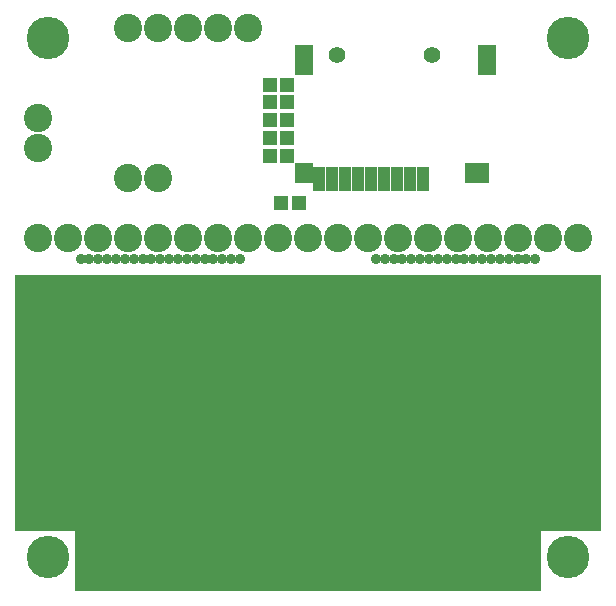
<source format=gbs>
G04 #@! TF.FileFunction,Soldermask,Bot*
%FSLAX46Y46*%
G04 Gerber Fmt 4.6, Leading zero omitted, Abs format (unit mm)*
G04 Created by KiCad (PCBNEW 4.0.4-stable) date Thu Nov 17 11:55:04 2016*
%MOMM*%
%LPD*%
G01*
G04 APERTURE LIST*
%ADD10C,0.100000*%
%ADD11R,1.400000X1.400000*%
%ADD12C,0.900000*%
%ADD13C,2.398980*%
%ADD14C,3.600000*%
%ADD15R,1.200000X1.200000*%
%ADD16R,1.600000X2.600000*%
%ADD17R,1.100000X2.000000*%
%ADD18R,1.600000X1.800000*%
%ADD19R,2.000000X1.800000*%
%ADD20C,1.400000*%
G04 APERTURE END LIST*
D10*
D11*
X51190000Y-77940000D03*
X48650000Y-77940000D03*
X49920000Y-77940000D03*
X49920000Y-79210000D03*
X51190000Y-79210000D03*
X48650000Y-79210000D03*
X43570000Y-77940000D03*
X47380000Y-77940000D03*
X46110000Y-79210000D03*
X46110000Y-77940000D03*
X44840000Y-77940000D03*
X47380000Y-79210000D03*
X43570000Y-79210000D03*
X44840000Y-79210000D03*
X58810000Y-79210000D03*
X60080000Y-77940000D03*
X57540000Y-77940000D03*
X60080000Y-79210000D03*
X57540000Y-79210000D03*
X58810000Y-77940000D03*
X56270000Y-77940000D03*
X55000000Y-77940000D03*
X53730000Y-77940000D03*
X52460000Y-77940000D03*
X53730000Y-79210000D03*
X55000000Y-79210000D03*
X56270000Y-79210000D03*
X52460000Y-79210000D03*
X71510000Y-77940000D03*
X72780000Y-79210000D03*
X71510000Y-79210000D03*
X72780000Y-77940000D03*
X74050000Y-77940000D03*
X74050000Y-79210000D03*
X62620000Y-79210000D03*
X61350000Y-77940000D03*
X61350000Y-79210000D03*
X62620000Y-77940000D03*
X63890000Y-79210000D03*
X65160000Y-79210000D03*
X63890000Y-77940000D03*
X66430000Y-79210000D03*
X67700000Y-77940000D03*
X67700000Y-79210000D03*
X66430000Y-77940000D03*
X65160000Y-77940000D03*
X68970000Y-79210000D03*
X70240000Y-77940000D03*
X70240000Y-79210000D03*
X68970000Y-77940000D03*
X37220000Y-77940000D03*
X37220000Y-79210000D03*
X35950000Y-79210000D03*
X41030000Y-79210000D03*
X41030000Y-77940000D03*
X39760000Y-79210000D03*
X38490000Y-79210000D03*
X38490000Y-77940000D03*
X39760000Y-77940000D03*
X42300000Y-77940000D03*
X42300000Y-79210000D03*
X35950000Y-77940000D03*
X53730000Y-71590000D03*
X55000000Y-70320000D03*
X53730000Y-72860000D03*
X53730000Y-70320000D03*
X56270000Y-74130000D03*
X51190000Y-74130000D03*
X49920000Y-72860000D03*
X52460000Y-72860000D03*
X52460000Y-74130000D03*
X49920000Y-74130000D03*
X51190000Y-72860000D03*
X53730000Y-69050000D03*
X52460000Y-69050000D03*
X51190000Y-69050000D03*
X49920000Y-69050000D03*
X51190000Y-71590000D03*
X49920000Y-70320000D03*
X52460000Y-70320000D03*
X52460000Y-71590000D03*
X49920000Y-71590000D03*
X51190000Y-70320000D03*
X55000000Y-69050000D03*
X56270000Y-69050000D03*
X57540000Y-76670000D03*
X55000000Y-76670000D03*
X56270000Y-76670000D03*
X56270000Y-75400000D03*
X56270000Y-71590000D03*
X56270000Y-72860000D03*
X55000000Y-71590000D03*
X56270000Y-70320000D03*
X55000000Y-72860000D03*
X51190000Y-75400000D03*
X49920000Y-75400000D03*
X52460000Y-75400000D03*
X52460000Y-76670000D03*
X49920000Y-76670000D03*
X51190000Y-76670000D03*
X53730000Y-76670000D03*
X53730000Y-74130000D03*
X55000000Y-74130000D03*
X55000000Y-75400000D03*
X53730000Y-75400000D03*
X34680000Y-69050000D03*
X37220000Y-71590000D03*
X37220000Y-70320000D03*
X38490000Y-71590000D03*
X38490000Y-70320000D03*
X39760000Y-71590000D03*
X34680000Y-71590000D03*
X34680000Y-70320000D03*
X35950000Y-70320000D03*
X35950000Y-71590000D03*
X35950000Y-69050000D03*
X37220000Y-69050000D03*
X39760000Y-69050000D03*
X38490000Y-69050000D03*
X39760000Y-70320000D03*
X41030000Y-71590000D03*
X42300000Y-70320000D03*
X41030000Y-70320000D03*
X41030000Y-69050000D03*
X42300000Y-69050000D03*
X44840000Y-69050000D03*
X47380000Y-69050000D03*
X47380000Y-70320000D03*
X48650000Y-69050000D03*
X48650000Y-70320000D03*
X42300000Y-71590000D03*
X43570000Y-70320000D03*
X43570000Y-69050000D03*
X43570000Y-71590000D03*
X44840000Y-70320000D03*
X44840000Y-71590000D03*
X47380000Y-71590000D03*
X46110000Y-69050000D03*
X48650000Y-71590000D03*
X46110000Y-70320000D03*
X46110000Y-71590000D03*
X33410000Y-71590000D03*
X30870000Y-70320000D03*
X32140000Y-71590000D03*
X32140000Y-70320000D03*
X33410000Y-70320000D03*
X30870000Y-71590000D03*
X33410000Y-69050000D03*
X30870000Y-69050000D03*
X32140000Y-69050000D03*
X37220000Y-76670000D03*
X35950000Y-76670000D03*
X35950000Y-75400000D03*
X37220000Y-75400000D03*
X39760000Y-76670000D03*
X38490000Y-76670000D03*
X38490000Y-75400000D03*
X37220000Y-74130000D03*
X35950000Y-74130000D03*
X35950000Y-72860000D03*
X38490000Y-72860000D03*
X37220000Y-72860000D03*
X30870000Y-74130000D03*
X30870000Y-72860000D03*
X34680000Y-74130000D03*
X34680000Y-72860000D03*
X32140000Y-74130000D03*
X32140000Y-72860000D03*
X33410000Y-72860000D03*
X33410000Y-74130000D03*
X38490000Y-74130000D03*
X39760000Y-75400000D03*
X39760000Y-72860000D03*
X39760000Y-74130000D03*
X47380000Y-74130000D03*
X48650000Y-72860000D03*
X46110000Y-74130000D03*
X47380000Y-72860000D03*
X48650000Y-74130000D03*
X41030000Y-74130000D03*
X43570000Y-74130000D03*
X42300000Y-74130000D03*
X42300000Y-72860000D03*
X43570000Y-72860000D03*
X41030000Y-72860000D03*
X47380000Y-76670000D03*
X47380000Y-75400000D03*
X48650000Y-76670000D03*
X48650000Y-75400000D03*
X46110000Y-76670000D03*
X41030000Y-76670000D03*
X41030000Y-75400000D03*
X42300000Y-75400000D03*
X42300000Y-76670000D03*
X43570000Y-76670000D03*
X43570000Y-75400000D03*
X44840000Y-74130000D03*
X46110000Y-72860000D03*
X44840000Y-72860000D03*
X44840000Y-76670000D03*
X46110000Y-75400000D03*
X44840000Y-75400000D03*
X62620000Y-76670000D03*
X62620000Y-75400000D03*
X61350000Y-76670000D03*
X61350000Y-75400000D03*
X60080000Y-75400000D03*
X60080000Y-74130000D03*
X60080000Y-76670000D03*
X58810000Y-69050000D03*
X58810000Y-70320000D03*
X61350000Y-70320000D03*
X60080000Y-70320000D03*
X60080000Y-69050000D03*
X61350000Y-74130000D03*
X61350000Y-72860000D03*
X60080000Y-72860000D03*
X61350000Y-71590000D03*
X60080000Y-71590000D03*
X57540000Y-72860000D03*
X58810000Y-71590000D03*
X58810000Y-72860000D03*
X57540000Y-71590000D03*
X57540000Y-69050000D03*
X57540000Y-70320000D03*
X58810000Y-76670000D03*
X57540000Y-75400000D03*
X58810000Y-74130000D03*
X58810000Y-75400000D03*
X57540000Y-74130000D03*
X70240000Y-72860000D03*
X70240000Y-74130000D03*
X70240000Y-71590000D03*
X71510000Y-71590000D03*
X75320000Y-74130000D03*
X74050000Y-76670000D03*
X74050000Y-75400000D03*
X74050000Y-74130000D03*
X75320000Y-71590000D03*
X75320000Y-72860000D03*
X77860000Y-74130000D03*
X77860000Y-71590000D03*
X76590000Y-74130000D03*
X76590000Y-71590000D03*
X76590000Y-72860000D03*
X79130000Y-71590000D03*
X79130000Y-72860000D03*
X77860000Y-72860000D03*
X79130000Y-74130000D03*
X70240000Y-75400000D03*
X71510000Y-75400000D03*
X72780000Y-76670000D03*
X71510000Y-76670000D03*
X72780000Y-75400000D03*
X70240000Y-76670000D03*
X74050000Y-71590000D03*
X74050000Y-72860000D03*
X71510000Y-72860000D03*
X71510000Y-74130000D03*
X72780000Y-74130000D03*
X72780000Y-71590000D03*
X72780000Y-72860000D03*
X71510000Y-69050000D03*
X72780000Y-69050000D03*
X79130000Y-70320000D03*
X79130000Y-69050000D03*
X77860000Y-70320000D03*
X75320000Y-70320000D03*
X74050000Y-69050000D03*
X74050000Y-70320000D03*
X75320000Y-69050000D03*
X70240000Y-70320000D03*
X71510000Y-70320000D03*
X70240000Y-69050000D03*
X72780000Y-70320000D03*
X77860000Y-69050000D03*
X76590000Y-70320000D03*
X76590000Y-69050000D03*
X68970000Y-76670000D03*
X67700000Y-74130000D03*
X67700000Y-76670000D03*
X68970000Y-74130000D03*
X67700000Y-75400000D03*
X68970000Y-75400000D03*
X63890000Y-76670000D03*
X63890000Y-75400000D03*
X65160000Y-76670000D03*
X66430000Y-74130000D03*
X66430000Y-75400000D03*
X65160000Y-75400000D03*
X66430000Y-76670000D03*
X65160000Y-74130000D03*
X65160000Y-69050000D03*
X66430000Y-69050000D03*
X63890000Y-70320000D03*
X61350000Y-69050000D03*
X62620000Y-70320000D03*
X62620000Y-69050000D03*
X63890000Y-74130000D03*
X63890000Y-71590000D03*
X63890000Y-72860000D03*
X62620000Y-72860000D03*
X62620000Y-71590000D03*
X62620000Y-74130000D03*
X67700000Y-71590000D03*
X65160000Y-71590000D03*
X65160000Y-72860000D03*
X67700000Y-70320000D03*
X66430000Y-71590000D03*
X65160000Y-70320000D03*
X67700000Y-72860000D03*
X68970000Y-71590000D03*
X68970000Y-72860000D03*
X66430000Y-70320000D03*
X66430000Y-72860000D03*
X68970000Y-70320000D03*
X67700000Y-69050000D03*
X68970000Y-69050000D03*
X63890000Y-69050000D03*
X41030000Y-67780000D03*
X41030000Y-65240000D03*
X41030000Y-62700000D03*
X41030000Y-60160000D03*
X41030000Y-66510000D03*
X41030000Y-63970000D03*
X41030000Y-61430000D03*
X41030000Y-58890000D03*
X42300000Y-66510000D03*
X42300000Y-63970000D03*
X42300000Y-61430000D03*
X42300000Y-58890000D03*
X42300000Y-67780000D03*
X42300000Y-65240000D03*
X42300000Y-62700000D03*
X42300000Y-60160000D03*
X43570000Y-67780000D03*
X43570000Y-65240000D03*
X43570000Y-62700000D03*
X43570000Y-60160000D03*
X43570000Y-66510000D03*
X43570000Y-63970000D03*
X43570000Y-61430000D03*
X43570000Y-58890000D03*
X34680000Y-67780000D03*
X34680000Y-65240000D03*
X34680000Y-62700000D03*
X34680000Y-60160000D03*
X33410000Y-67780000D03*
X33410000Y-65240000D03*
X33410000Y-62700000D03*
X33410000Y-60160000D03*
X32140000Y-67780000D03*
X32140000Y-65240000D03*
X32140000Y-62700000D03*
X32140000Y-60160000D03*
X34680000Y-66510000D03*
X34680000Y-63970000D03*
X34680000Y-61430000D03*
X34680000Y-58890000D03*
X32140000Y-66510000D03*
X32140000Y-63970000D03*
X32140000Y-61430000D03*
X32140000Y-58890000D03*
X33410000Y-66510000D03*
X33410000Y-63970000D03*
X33410000Y-61430000D03*
X33410000Y-58890000D03*
X37220000Y-67780000D03*
X37220000Y-65240000D03*
X37220000Y-62700000D03*
X37220000Y-60160000D03*
X37220000Y-66510000D03*
X37220000Y-63970000D03*
X37220000Y-61430000D03*
X37220000Y-58890000D03*
X35950000Y-66510000D03*
X35950000Y-63970000D03*
X35950000Y-61430000D03*
X35950000Y-58890000D03*
X35950000Y-67780000D03*
X35950000Y-65240000D03*
X35950000Y-62700000D03*
X35950000Y-60160000D03*
X39760000Y-67780000D03*
X39760000Y-65240000D03*
X39760000Y-62700000D03*
X39760000Y-60160000D03*
X39760000Y-66510000D03*
X39760000Y-63970000D03*
X39760000Y-61430000D03*
X39760000Y-58890000D03*
X38490000Y-67780000D03*
X38490000Y-65240000D03*
X38490000Y-62700000D03*
X38490000Y-60160000D03*
X38490000Y-66510000D03*
X38490000Y-63970000D03*
X38490000Y-61430000D03*
X38490000Y-58890000D03*
X47380000Y-67780000D03*
X47380000Y-65240000D03*
X47380000Y-62700000D03*
X47380000Y-60160000D03*
X47380000Y-66510000D03*
X47380000Y-63970000D03*
X47380000Y-61430000D03*
X47380000Y-58890000D03*
X48650000Y-67780000D03*
X48650000Y-65240000D03*
X48650000Y-62700000D03*
X48650000Y-60160000D03*
X48650000Y-66510000D03*
X48650000Y-63970000D03*
X48650000Y-61430000D03*
X48650000Y-58890000D03*
X46110000Y-67780000D03*
X46110000Y-65240000D03*
X46110000Y-62700000D03*
X46110000Y-60160000D03*
X44840000Y-66510000D03*
X44840000Y-63970000D03*
X44840000Y-61430000D03*
X44840000Y-58890000D03*
X44840000Y-67780000D03*
X44840000Y-65240000D03*
X44840000Y-62700000D03*
X44840000Y-60160000D03*
X46110000Y-66510000D03*
X46110000Y-63970000D03*
X46110000Y-61430000D03*
X46110000Y-58890000D03*
X75320000Y-67780000D03*
X75320000Y-65240000D03*
X75320000Y-62700000D03*
X75320000Y-60160000D03*
X77860000Y-67780000D03*
X77860000Y-65240000D03*
X77860000Y-62700000D03*
X77860000Y-60160000D03*
X76590000Y-67780000D03*
X76590000Y-65240000D03*
X76590000Y-62700000D03*
X76590000Y-60160000D03*
X79130000Y-67780000D03*
X79130000Y-65240000D03*
X79130000Y-62700000D03*
X79130000Y-60160000D03*
X74050000Y-67780000D03*
X74050000Y-65240000D03*
X74050000Y-62700000D03*
X74050000Y-60160000D03*
X79130000Y-66510000D03*
X79130000Y-63970000D03*
X79130000Y-61430000D03*
X79130000Y-58890000D03*
X75320000Y-66510000D03*
X75320000Y-63970000D03*
X75320000Y-61430000D03*
X75320000Y-58890000D03*
X74050000Y-66510000D03*
X74050000Y-63970000D03*
X74050000Y-61430000D03*
X74050000Y-58890000D03*
X76590000Y-66510000D03*
X76590000Y-63970000D03*
X76590000Y-61430000D03*
X76590000Y-58890000D03*
X77860000Y-66510000D03*
X77860000Y-63970000D03*
X77860000Y-61430000D03*
X77860000Y-58890000D03*
X68970000Y-67780000D03*
X68970000Y-65240000D03*
X68970000Y-62700000D03*
X68970000Y-60160000D03*
X70240000Y-66510000D03*
X70240000Y-63970000D03*
X70240000Y-61430000D03*
X70240000Y-58890000D03*
X67700000Y-67780000D03*
X67700000Y-65240000D03*
X67700000Y-62700000D03*
X67700000Y-60160000D03*
X67700000Y-66510000D03*
X67700000Y-63970000D03*
X67700000Y-61430000D03*
X67700000Y-58890000D03*
X70240000Y-67780000D03*
X70240000Y-65240000D03*
X70240000Y-62700000D03*
X70240000Y-60160000D03*
X68970000Y-66510000D03*
X68970000Y-63970000D03*
X68970000Y-61430000D03*
X68970000Y-58890000D03*
X72780000Y-67780000D03*
X72780000Y-65240000D03*
X72780000Y-62700000D03*
X72780000Y-60160000D03*
X71510000Y-67780000D03*
X71510000Y-65240000D03*
X71510000Y-62700000D03*
X71510000Y-60160000D03*
X72780000Y-66510000D03*
X72780000Y-63970000D03*
X72780000Y-61430000D03*
X72780000Y-58890000D03*
X71510000Y-66510000D03*
X71510000Y-63970000D03*
X71510000Y-61430000D03*
X71510000Y-58890000D03*
X63890000Y-67780000D03*
X63890000Y-65240000D03*
X63890000Y-62700000D03*
X63890000Y-60160000D03*
X65160000Y-67780000D03*
X65160000Y-65240000D03*
X65160000Y-62700000D03*
X65160000Y-60160000D03*
X65160000Y-66510000D03*
X65160000Y-63970000D03*
X65160000Y-61430000D03*
X65160000Y-58890000D03*
X66430000Y-67780000D03*
X66430000Y-65240000D03*
X66430000Y-62700000D03*
X66430000Y-60160000D03*
X63890000Y-66510000D03*
X63890000Y-63970000D03*
X63890000Y-61430000D03*
X63890000Y-58890000D03*
X66430000Y-66510000D03*
X66430000Y-63970000D03*
X66430000Y-61430000D03*
X66430000Y-58890000D03*
X61350000Y-67780000D03*
X61350000Y-65240000D03*
X61350000Y-62700000D03*
X61350000Y-60160000D03*
X62620000Y-66510000D03*
X62620000Y-63970000D03*
X62620000Y-61430000D03*
X62620000Y-58890000D03*
X62620000Y-67780000D03*
X62620000Y-65240000D03*
X62620000Y-62700000D03*
X62620000Y-60160000D03*
X61350000Y-66510000D03*
X61350000Y-63970000D03*
X61350000Y-61430000D03*
X61350000Y-58890000D03*
X60080000Y-66510000D03*
X60080000Y-63970000D03*
X60080000Y-61430000D03*
X60080000Y-58890000D03*
X60080000Y-67780000D03*
X60080000Y-65240000D03*
X60080000Y-62700000D03*
X60080000Y-60160000D03*
X58810000Y-67780000D03*
X58810000Y-65240000D03*
X58810000Y-62700000D03*
X58810000Y-60160000D03*
X58810000Y-66510000D03*
X58810000Y-63970000D03*
X58810000Y-61430000D03*
X58810000Y-58890000D03*
X53730000Y-67780000D03*
X53730000Y-65240000D03*
X53730000Y-62700000D03*
X53730000Y-60160000D03*
X53730000Y-66510000D03*
X53730000Y-63970000D03*
X53730000Y-61430000D03*
X53730000Y-58890000D03*
X51190000Y-67780000D03*
X51190000Y-65240000D03*
X51190000Y-62700000D03*
X51190000Y-60160000D03*
X51190000Y-66510000D03*
X51190000Y-63970000D03*
X51190000Y-61430000D03*
X51190000Y-58890000D03*
X49920000Y-66510000D03*
X49920000Y-63970000D03*
X49920000Y-61430000D03*
X49920000Y-58890000D03*
X52460000Y-66510000D03*
X52460000Y-63970000D03*
X52460000Y-61430000D03*
X52460000Y-58890000D03*
X52460000Y-67780000D03*
X52460000Y-65240000D03*
X52460000Y-62700000D03*
X52460000Y-60160000D03*
X49920000Y-67780000D03*
X49920000Y-65240000D03*
X49920000Y-62700000D03*
X49920000Y-60160000D03*
X30870000Y-67780000D03*
X30870000Y-65240000D03*
X30870000Y-62700000D03*
X30870000Y-60160000D03*
X30870000Y-66510000D03*
X30870000Y-63970000D03*
X30870000Y-61430000D03*
X30870000Y-58890000D03*
X57540000Y-67780000D03*
X57540000Y-65240000D03*
X57540000Y-62700000D03*
X57540000Y-60160000D03*
X56270000Y-67780000D03*
X56270000Y-65240000D03*
X56270000Y-62700000D03*
X56270000Y-60160000D03*
X56270000Y-66510000D03*
X56270000Y-63970000D03*
X56270000Y-61430000D03*
X56270000Y-58890000D03*
X55000000Y-67780000D03*
X55000000Y-65240000D03*
X55000000Y-62700000D03*
X55000000Y-60160000D03*
X55000000Y-66510000D03*
X55000000Y-63970000D03*
X55000000Y-61430000D03*
X55000000Y-58890000D03*
X57540000Y-66510000D03*
X57540000Y-63970000D03*
X57540000Y-61430000D03*
X57540000Y-58890000D03*
X41030000Y-57620000D03*
X41030000Y-56350000D03*
X42300000Y-56350000D03*
X42300000Y-57620000D03*
X43570000Y-57620000D03*
X43570000Y-56350000D03*
X34680000Y-57620000D03*
X33410000Y-57620000D03*
X32140000Y-57620000D03*
X34680000Y-56350000D03*
X32140000Y-56350000D03*
X33410000Y-56350000D03*
X37220000Y-57620000D03*
X37220000Y-56350000D03*
X35950000Y-56350000D03*
X35950000Y-57620000D03*
X39760000Y-57620000D03*
X39760000Y-56350000D03*
X38490000Y-57620000D03*
X38490000Y-56350000D03*
X47380000Y-57620000D03*
X47380000Y-56350000D03*
X48650000Y-57620000D03*
X48650000Y-56350000D03*
X46110000Y-57620000D03*
X44840000Y-56350000D03*
X44840000Y-57620000D03*
X46110000Y-56350000D03*
X75320000Y-57620000D03*
X77860000Y-57620000D03*
X76590000Y-57620000D03*
X79130000Y-57620000D03*
X74050000Y-57620000D03*
X79130000Y-56350000D03*
X75320000Y-56350000D03*
X74050000Y-56350000D03*
X76590000Y-56350000D03*
X77860000Y-56350000D03*
X68970000Y-57620000D03*
X70240000Y-56350000D03*
X67700000Y-57620000D03*
X67700000Y-56350000D03*
X70240000Y-57620000D03*
X68970000Y-56350000D03*
X72780000Y-57620000D03*
X71510000Y-57620000D03*
X72780000Y-56350000D03*
X71510000Y-56350000D03*
X63890000Y-57620000D03*
X65160000Y-57620000D03*
X65160000Y-56350000D03*
X66430000Y-57620000D03*
X63890000Y-56350000D03*
X66430000Y-56350000D03*
X61350000Y-57620000D03*
X62620000Y-56350000D03*
X62620000Y-57620000D03*
X61350000Y-56350000D03*
X60080000Y-56350000D03*
X60080000Y-57620000D03*
X58810000Y-57620000D03*
X58810000Y-56350000D03*
X53730000Y-57620000D03*
X53730000Y-56350000D03*
X51190000Y-57620000D03*
X51190000Y-56350000D03*
X49920000Y-56350000D03*
X52460000Y-56350000D03*
X52460000Y-57620000D03*
X49920000Y-57620000D03*
X30870000Y-57620000D03*
X30870000Y-56350000D03*
X57540000Y-57620000D03*
X56270000Y-57620000D03*
X56270000Y-56350000D03*
X55000000Y-57620000D03*
X55000000Y-56350000D03*
X57540000Y-56350000D03*
X37220000Y-55080000D03*
X38490000Y-55080000D03*
X39760000Y-55080000D03*
X48650000Y-55080000D03*
X47380000Y-55080000D03*
X46110000Y-55080000D03*
X44840000Y-55080000D03*
X43570000Y-55080000D03*
X41030000Y-55080000D03*
X42300000Y-55080000D03*
X79130000Y-55080000D03*
X75320000Y-55080000D03*
X76590000Y-55080000D03*
X74050000Y-55080000D03*
X77860000Y-55080000D03*
X66430000Y-55080000D03*
X63890000Y-55080000D03*
X65160000Y-55080000D03*
X71510000Y-55080000D03*
X72780000Y-55080000D03*
X70240000Y-55080000D03*
X68970000Y-55080000D03*
X67700000Y-55080000D03*
X61350000Y-55080000D03*
X62620000Y-55080000D03*
X52460000Y-55080000D03*
X56270000Y-55080000D03*
X53730000Y-55080000D03*
X55000000Y-55080000D03*
X49920000Y-55080000D03*
X51190000Y-55080000D03*
X57540000Y-55080000D03*
X58810000Y-55080000D03*
X60080000Y-55080000D03*
X35950000Y-55080000D03*
X34680000Y-55080000D03*
X32140000Y-55080000D03*
X30870000Y-55080000D03*
X33410000Y-55080000D03*
X79130000Y-53810000D03*
X72780000Y-53810000D03*
X71510000Y-53810000D03*
X77860000Y-53810000D03*
X74050000Y-53810000D03*
X75320000Y-53810000D03*
X76590000Y-53810000D03*
X68970000Y-53810000D03*
X70240000Y-53810000D03*
X67700000Y-53810000D03*
X55000000Y-53810000D03*
X51190000Y-53810000D03*
X52460000Y-53810000D03*
X53730000Y-53810000D03*
X65160000Y-53810000D03*
X66430000Y-53810000D03*
X60080000Y-53810000D03*
X58810000Y-53810000D03*
X62620000Y-53810000D03*
X63890000Y-53810000D03*
X61350000Y-53810000D03*
X56270000Y-53810000D03*
X57540000Y-53810000D03*
X42300000Y-53810000D03*
X41030000Y-53810000D03*
X43570000Y-53810000D03*
X48650000Y-53810000D03*
X49920000Y-53810000D03*
X46110000Y-53810000D03*
X44840000Y-53810000D03*
X47380000Y-53810000D03*
X38490000Y-53810000D03*
X35950000Y-53810000D03*
X39760000Y-53810000D03*
X37220000Y-53810000D03*
X34680000Y-53810000D03*
X33410000Y-53810000D03*
X32140000Y-53810000D03*
D12*
X72750000Y-51750000D03*
X74250000Y-51750000D03*
X73500000Y-51750000D03*
X49250000Y-51750000D03*
X47750000Y-51750000D03*
X48500000Y-51750000D03*
X66750000Y-51750000D03*
X63750000Y-51750000D03*
X65250000Y-51750000D03*
X66000000Y-51750000D03*
X63000000Y-51750000D03*
X64500000Y-51750000D03*
X61500000Y-51750000D03*
X62250000Y-51750000D03*
X60750000Y-51750000D03*
X69750000Y-51750000D03*
X69000000Y-51750000D03*
X71250000Y-51750000D03*
X67500000Y-51750000D03*
X72000000Y-51750000D03*
X68250000Y-51750000D03*
X70500000Y-51750000D03*
X41750000Y-51750000D03*
X42500000Y-51750000D03*
X43250000Y-51750000D03*
X45500000Y-51750000D03*
X46250000Y-51750000D03*
X44750000Y-51750000D03*
X44000000Y-51750000D03*
X47000000Y-51750000D03*
X40250000Y-51750000D03*
X39500000Y-51750000D03*
X41000000Y-51750000D03*
X38750000Y-51750000D03*
X37250000Y-51750000D03*
X38000000Y-51750000D03*
X36500000Y-51750000D03*
D13*
X32140000Y-39840000D03*
X32140000Y-42380000D03*
X49920000Y-32220000D03*
X47380000Y-32220000D03*
X44840000Y-32220000D03*
X42300000Y-32220000D03*
X39760000Y-32220000D03*
D14*
X33000000Y-33000000D03*
X33000000Y-77000000D03*
X77000000Y-77000000D03*
D15*
X51750000Y-40000000D03*
X53250000Y-40000000D03*
X52750000Y-47000000D03*
X54250000Y-47000000D03*
D13*
X42300000Y-44920000D03*
X39760000Y-44920000D03*
D15*
X51750000Y-43000000D03*
X53250000Y-43000000D03*
X51750000Y-41500000D03*
X53250000Y-41500000D03*
X51750000Y-38500000D03*
X53250000Y-38500000D03*
X51750000Y-37000000D03*
X53250000Y-37000000D03*
D14*
X77000000Y-33000000D03*
D16*
X70200000Y-34900000D03*
D17*
X64750000Y-45000000D03*
X63650000Y-45000000D03*
X62550000Y-45000000D03*
X61450000Y-45000000D03*
X60350000Y-45000000D03*
X59250000Y-45000000D03*
X58150000Y-45000000D03*
X57050000Y-45000000D03*
X55950000Y-45000000D03*
D18*
X54700000Y-44500000D03*
D19*
X69300000Y-44500000D03*
D16*
X54700000Y-34900000D03*
D20*
X65500000Y-34500000D03*
X57500000Y-34500000D03*
D13*
X77860000Y-50000000D03*
X75320000Y-50000000D03*
X72780000Y-50000000D03*
X62620000Y-50000000D03*
X60080000Y-50000000D03*
X57540000Y-50000000D03*
X55000000Y-50000000D03*
X52460000Y-50000000D03*
X65160000Y-50000000D03*
X67700000Y-50000000D03*
X70240000Y-50000000D03*
X49920000Y-50000000D03*
X47380000Y-50000000D03*
X44840000Y-50000000D03*
X32140000Y-50000000D03*
X34680000Y-50000000D03*
X37220000Y-50000000D03*
X39760000Y-50000000D03*
X42300000Y-50000000D03*
D12*
X35750000Y-51750000D03*
D11*
X30870000Y-53810000D03*
M02*

</source>
